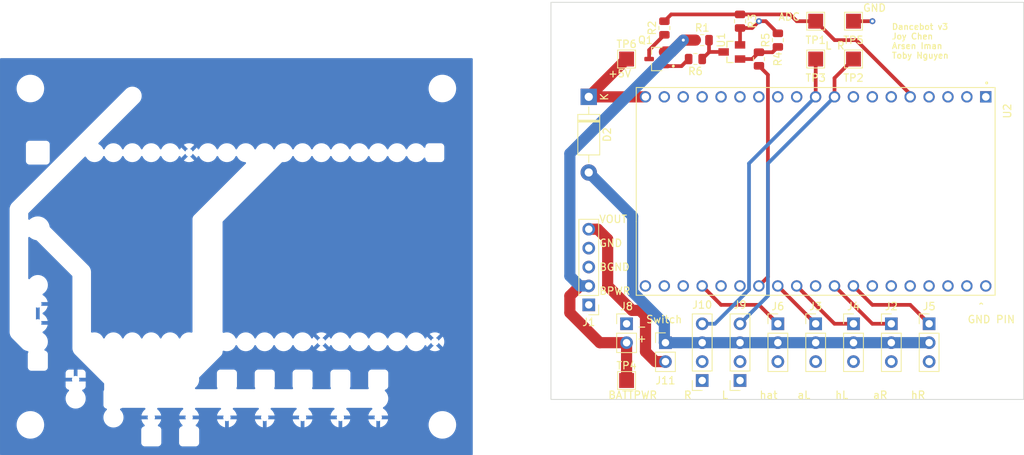
<source format=kicad_pcb>
(kicad_pcb (version 20240108) (generator "pcbnew") (generator_version "8.0")
  (layers (0 "F.Cu" signal) (31 "B.Cu" signal) (34 "B.Paste" user) (35 "F.Paste" user) (36 "B.SilkS" user "B.Silkscreen") (37 "F.SilkS" user "F.Silkscreen") (38 "B.Mask" user) (39 "F.Mask" user) (44 "Edge.Cuts" user))
  (net 0 "")
  (net 1 "GND")
  (net 2 "BATT ADC")
  (net 3 "SM1")
  (net 4 "NPRightEye")
  (net 5 "NPLeftEye")
  (net 6 "SM2")
  (net 7 "SM3")
  (net 8 "SM4")
  (net 9 "SM5")
  (net 10 "BATT EN")
  (net 11 "Net-(R1-Pad2)")
  (net 12 "VOUT")
  (net 13 "BATT PWR")
  (net 16 "Net-(Q1-Pad3)")
  (net 17 "Net-(Q1-Pad1)")
  (net 18 "Net-(R4-Pad2)")
  (net 19 "Net-(D2-K)")
  (net 21 "Net-(J1-Pin_5)")
  (footprint "TestPoint:TestPoint_Pad_2.0x2.0mm" (layer "F.Cu") (at 233.18 81.12)
    (property "Reference" "TP3" (at 0 2.54 0) (layer "F.SilkS"))
    (property "Value" "TestPoint")
    (fp_line (start -1.2 -1.2) (end 1.2 -1.2) (stroke (width 0.12)) (layer "F.SilkS"))
    (fp_line (start -1.2 1.2) (end -1.2 -1.2) (stroke (width 0.12)) (layer "F.SilkS"))
    (fp_line (start 1.2 -1.2) (end 1.2 1.2) (stroke (width 0.12)) (layer "F.SilkS"))
    (fp_line (start 1.2 1.2) (end -1.2 1.2) (stroke (width 0.12)) (layer "F.SilkS"))
    (pad "1" smd rect (at 0 0) (size 2 2) (layers "F.Cu" "F.Mask") (net 4 "NPRightEye"))
  )
  (footprint "Connector_PinSocket_2.54mm:PinSocket_1x04_P2.54mm_Vertical" (layer "F.Cu") (at 217.94 124.3 180)
    (property "Reference" "J10" (at 0 10.16 180) (layer "F.SilkS"))
    (property "Value" "NeoPixel Right Eye")
    (fp_line (start 1.33 1.27) (end 1.33 8.95) (stroke (width 0.12)) (layer "F.SilkS"))
    (fp_line (start 1.33 -1.33) (end 1.33 0) (stroke (width 0.12)) (layer "F.SilkS"))
    (fp_line (start 0 -1.33) (end 1.33 -1.33) (stroke (width 0.12)) (layer "F.SilkS"))
    (fp_line (start -1.33 8.95) (end 1.33 8.95) (stroke (width 0.12)) (layer "F.SilkS"))
    (fp_line (start -1.33 1.27) (end 1.33 1.27) (stroke (width 0.12)) (layer "F.SilkS"))
    (fp_line (start -1.33 1.27) (end -1.33 8.95) (stroke (width 0.12)) (layer "F.SilkS"))
    (pad "1" thru_hole rect (at 0 0 180) (size 1.7 1.7) (drill 1) (layers "*.Cu" "*.Mask"))
    (pad "2" thru_hole oval (at 0 2.54 180) (size 1.7 1.7) (drill 1) (layers "*.Cu" "*.Mask") (net 1 "GND"))
    (pad "3" thru_hole oval (at 0 5.08 180) (size 1.7 1.7) (drill 1) (layers "*.Cu" "*.Mask") (net 12 "VOUT"))
    (pad "4" thru_hole oval (at 0 7.62 180) (size 1.7 1.7) (drill 1) (layers "*.Cu" "*.Mask") (net 4 "NPRightEye"))
  )
  (footprint "Connector_PinHeader_2.54mm:PinHeader_1x03_P2.54mm_Vertical" (layer "F.Cu") (at 233.18 116.68)
    (property "Reference" "J3" (at 0 -2.33 0) (layer "F.SilkS"))
    (property "Value" "IO13 servo 2")
    (fp_line (start -1.33 -1.33) (end 0 -1.33) (stroke (width 0.12)) (layer "F.SilkS"))
    (fp_line (start -1.33 0) (end -1.33 -1.33) (stroke (width 0.12)) (layer "F.SilkS"))
    (fp_line (start -1.33 1.27) (end -1.33 6.41) (stroke (width 0.12)) (layer "F.SilkS"))
    (fp_line (start -1.33 1.27) (end 1.33 1.27) (stroke (width 0.12)) (layer "F.SilkS"))
    (fp_line (start -1.33 6.41) (end 1.33 6.41) (stroke (width 0.12)) (layer "F.SilkS"))
    (fp_line (start 1.33 1.27) (end 1.33 6.41) (stroke (width 0.12)) (layer "F.SilkS"))
    (pad "1" thru_hole rect (at 0 0) (size 1.7 1.7) (drill 1) (layers "*.Cu" "*.Mask") (net 6 "SM2"))
    (pad "2" thru_hole oval (at 0 2.54) (size 1.7 1.7) (drill 1) (layers "*.Cu" "*.Mask") (net 12 "VOUT"))
    (pad "3" thru_hole oval (at 0 5.08) (size 1.7 1.7) (drill 1) (layers "*.Cu" "*.Mask") (net 1 "GND"))
  )
  (footprint "TestPoint:TestPoint_Pad_2.0x2.0mm" (layer "F.Cu") (at 238.26 81.12)
    (property "Reference" "TP2" (at 0 2.54 0) (layer "F.SilkS"))
    (property "Value" "TestPoint")
    (fp_line (start -1.2 -1.2) (end 1.2 -1.2) (stroke (width 0.12)) (layer "F.SilkS"))
    (fp_line (start -1.2 1.2) (end -1.2 -1.2) (stroke (width 0.12)) (layer "F.SilkS"))
    (fp_line (start 1.2 -1.2) (end 1.2 1.2) (stroke (width 0.12)) (layer "F.SilkS"))
    (fp_line (start 1.2 1.2) (end -1.2 1.2) (stroke (width 0.12)) (layer "F.SilkS"))
    (pad "1" smd rect (at 0 0) (size 2 2) (layers "F.Cu" "F.Mask") (net 5 "NPLeftEye"))
  )
  (footprint "Connector_PinHeader_2.54mm:PinHeader_1x03_P2.54mm_Vertical" (layer "F.Cu") (at 228.1 116.68)
    (property "Reference" "J6" (at 0 -2.33 0) (layer "F.SilkS"))
    (property "Value" "IO18 servo 5 (hat)")
    (fp_line (start -1.33 -1.33) (end 0 -1.33) (stroke (width 0.12)) (layer "F.SilkS"))
    (fp_line (start -1.33 0) (end -1.33 -1.33) (stroke (width 0.12)) (layer "F.SilkS"))
    (fp_line (start -1.33 1.27) (end -1.33 6.41) (stroke (width 0.12)) (layer "F.SilkS"))
    (fp_line (start -1.33 1.27) (end 1.33 1.27) (stroke (width 0.12)) (layer "F.SilkS"))
    (fp_line (start -1.33 6.41) (end 1.33 6.41) (stroke (width 0.12)) (layer "F.SilkS"))
    (fp_line (start 1.33 1.27) (end 1.33 6.41) (stroke (width 0.12)) (layer "F.SilkS"))
    (pad "1" thru_hole rect (at 0 0) (size 1.7 1.7) (drill 1) (layers "*.Cu" "*.Mask") (net 9 "SM5"))
    (pad "2" thru_hole oval (at 0 2.54) (size 1.7 1.7) (drill 1) (layers "*.Cu" "*.Mask") (net 12 "VOUT"))
    (pad "3" thru_hole oval (at 0 5.08) (size 1.7 1.7) (drill 1) (layers "*.Cu" "*.Mask") (net 1 "GND"))
  )
  (footprint "MountingHole:MountingHole_3.2mm_M3" (layer "F.Cu") (at 201.7 77.58)
    (property "Reference" "H2" (hide yes))
    (property "Value" "~")
    (pad "" np_thru_hole circle (at 0 0) (size 3.2 3.2) (drill 3.2) (layers "*.Cu" "*.Mask"))
  )
  (footprint "MountingHole:MountingHole_3.2mm_M3" (layer "F.Cu") (at 201.7 122.76)
    (property "Reference" "H3" (hide yes))
    (property "Value" "~")
    (pad "" np_thru_hole circle (at 0 0) (size 3.2 3.2) (drill 3.2) (layers "*.Cu" "*.Mask"))
  )
  (footprint "MountingHole:MountingHole_3.2mm_M3" (layer "F.Cu") (at 257.04 122.76)
    (property "Reference" "H4" (hide yes))
    (property "Value" "~")
    (pad "" np_thru_hole circle (at 0 0) (size 3.2 3.2) (drill 3.2) (layers "*.Cu" "*.Mask"))
  )
  (footprint "Resistor_SMD:R_0805_2012Metric" (layer "F.Cu") (at 212.86 76.9525 90)
    (property "Reference" "R2" (at 0 -1.65 90) (layer "F.SilkS"))
    (property "Value" "100k")
    (fp_line (start -0.227064 -0.735) (end 0.227064 -0.735) (stroke (width 0.12)) (layer "F.SilkS"))
    (fp_line (start -0.227064 0.735) (end 0.227064 0.735) (stroke (width 0.12)) (layer "F.SilkS"))
    (pad "1" smd roundrect (at -0.9125 0 90) (size 1.025 1.4) (layers "F.Cu" "F.Paste" "F.Mask") (roundrect_rratio 0.243902) (net 16 "Net-(Q1-Pad3)"))
    (pad "2" smd roundrect (at 0.9125 0 90) (size 1.025 1.4) (layers "F.Cu" "F.Paste" "F.Mask") (roundrect_rratio 0.243902) (net 2 "BATT ADC"))
  )
  (footprint "Resistor_SMD:R_0805_2012Metric" (layer "F.Cu") (at 217.0275 81.12 180)
    (property "Reference" "R6" (at 0 -1.65 0) (layer "F.SilkS"))
    (property "Value" "100")
    (fp_line (start -0.227064 0.735) (end 0.227064 0.735) (stroke (width 0.12)) (layer "F.SilkS"))
    (fp_line (start -0.227064 -0.735) (end 0.227064 -0.735) (stroke (width 0.12)) (layer "F.SilkS"))
    (pad "1" smd roundrect (at -0.9125 0 180) (size 1.025 1.4) (layers "F.Cu" "F.Paste" "F.Mask") (roundrect_rratio 0.243902) (net 11 "Net-(R1-Pad2)"))
    (pad "2" smd roundrect (at 0.9125 0 180) (size 1.025 1.4) (layers "F.Cu" "F.Paste" "F.Mask") (roundrect_rratio 0.243902) (net 17 "Net-(Q1-Pad1)"))
  )
  (footprint "Connector_PinHeader_2.54mm:PinHeader_1x03_P2.54mm_Vertical" (layer "F.Cu") (at 248.42 116.68)
    (property "Reference" "J5" (at 0 -2.33 0) (layer "F.SilkS"))
    (property "Value" "IO15 servo 4")
    (fp_line (start -1.33 -1.33) (end 0 -1.33) (stroke (width 0.12)) (layer "F.SilkS"))
    (fp_line (start -1.33 0) (end -1.33 -1.33) (stroke (width 0.12)) (layer "F.SilkS"))
    (fp_line (start -1.33 1.27) (end -1.33 6.41) (stroke (width 0.12)) (layer "F.SilkS"))
    (fp_line (start -1.33 1.27) (end 1.33 1.27) (stroke (width 0.12)) (layer "F.SilkS"))
    (fp_line (start -1.33 6.41) (end 1.33 6.41) (stroke (width 0.12)) (layer "F.SilkS"))
    (fp_line (start 1.33 1.27) (end 1.33 6.41) (stroke (width 0.12)) (layer "F.SilkS"))
    (pad "1" thru_hole rect (at 0 0) (size 1.7 1.7) (drill 1) (layers "*.Cu" "*.Mask") (net 8 "SM4"))
    (pad "2" thru_hole oval (at 0 2.54) (size 1.7 1.7) (drill 1) (layers "*.Cu" "*.Mask") (net 12 "VOUT"))
    (pad "3" thru_hole oval (at 0 5.08) (size 1.7 1.7) (drill 1) (layers "*.Cu" "*.Mask") (net 1 "GND"))
  )
  (footprint "TestPoint:TestPoint_Pad_2.0x2.0mm" (layer "F.Cu") (at 207.78 81.12)
    (property "Reference" "TP6" (at 0 -1.998 0) (layer "F.SilkS"))
    (property "Value" "TestPoint")
    (fp_line (start -1.2 -1.2) (end 1.2 -1.2) (stroke (width 0.12)) (layer "F.SilkS"))
    (fp_line (start -1.2 1.2) (end -1.2 -1.2) (stroke (width 0.12)) (layer "F.SilkS"))
    (fp_line (start 1.2 -1.2) (end 1.2 1.2) (stroke (width 0.12)) (layer "F.SilkS"))
    (fp_line (start 1.2 1.2) (end -1.2 1.2) (stroke (width 0.12)) (layer "F.SilkS"))
    (pad "1" smd rect (at 0 0) (size 2 2) (layers "F.Cu" "F.Mask") (net 19 "Net-(D2-K)"))
  )
  (footprint "dancebot_parts:SOT95P237X112-3N" (layer "F.Cu") (at 211.835 81.12 180)
    (property "Reference" "Q1" (at 1.515 2.54 0) (layer "F.SilkS") (effects (font (size 1.0034 1.0034))))
    (property "Value" "IRLML6402TRPBF")
    (fp_line (start 0.7 1.565) (end 0.7 0.615) (stroke (width 0.127)) (layer "F.SilkS"))
    (fp_line (start 0.7 -1.565) (end 0.7 -0.615) (stroke (width 0.127)) (layer "F.SilkS"))
    (fp_line (start 0.7 -1.565) (end -0.7 -1.565) (stroke (width 0.127)) (layer "F.SilkS"))
    (fp_line (start -0.7 1.565) (end 0.7 1.565) (stroke (width 0.127)) (layer "F.SilkS"))
    (fp_circle (center -2.2225 -0.9525) (end -2.1225 -0.9525) (stroke (width 0.2)) (fill none) (layer "F.SilkS"))
    (pad "1" smd roundrect (at -1.025 -0.95 180) (size 1.3 0.59) (layers "F.Cu" "F.Paste" "F.Mask") (net 17 "Net-(Q1-Pad1)"))
    (pad "2" smd roundrect (at -1.025 0.95 180) (size 1.3 0.59) (layers "F.Cu" "F.Paste" "F.Mask") (net 13 "BATT PWR"))
    (pad "3" smd roundrect (at 1.025 0 180) (size 1.3 0.59) (layers "F.Cu" "F.Paste" "F.Mask") (net 16 "Net-(Q1-Pad3)"))
  )
  (footprint "Connector_PinHeader_2.54mm:PinHeader_1x02_P2.54mm_Vertical" (layer "F.Cu") (at 213 119.225)
    (property "Reference" "J11" (at 0 5.08 0) (layer "F.SilkS"))
    (property "Value" "Rocker Switch")
    (fp_line (start -1.33 -1.33) (end 0 -1.33) (stroke (width 0.12)) (layer "F.SilkS"))
    (fp_line (start -1.33 0) (end -1.33 -1.33) (stroke (width 0.12)) (layer "F.SilkS"))
    (fp_line (start -1.33 1.27) (end -1.33 3.87) (stroke (width 0.12)) (layer "F.SilkS"))
    (fp_line (start -1.33 1.27) (end 1.33 1.27) (stroke (width 0.12)) (layer "F.SilkS"))
    (fp_line (start -1.33 3.87) (end 1.33 3.87) (stroke (width 0.12)) (layer "F.SilkS"))
    (fp_line (start 1.33 1.27) (end 1.33 3.87) (stroke (width 0.12)) (layer "F.SilkS"))
    (pad "1" thru_hole rect (at 0 0) (size 1.7 1.7) (drill 1) (layers "*.Cu" "*.Mask") (net 12 "VOUT"))
    (pad "2" thru_hole oval (at 0 2.54) (size 1.7 1.7) (drill 1) (layers "*.Cu" "*.Mask") (net 21 "Net-(J1-Pin_5)"))
  )
  (footprint "Resistor_SMD:R_0805_2012Metric" (layer "F.Cu") (at 223.02 76.04 -90)
    (property "Reference" "R3" (at 0 -1.65 90) (layer "F.SilkS"))
    (property "Value" "51k")
    (fp_line (start -0.227064 0.735) (end 0.227064 0.735) (stroke (width 0.12)) (layer "F.SilkS"))
    (fp_line (start -0.227064 -0.735) (end 0.227064 -0.735) (stroke (width 0.12)) (layer "F.SilkS"))
    (pad "1" smd roundrect (at -0.9125 0 270) (size 1.025 1.4) (layers "F.Cu" "F.Paste" "F.Mask") (roundrect_rratio 0.243902) (net 2 "BATT ADC"))
    (pad "2" smd roundrect (at 0.9125 0 270) (size 1.025 1.4) (layers "F.Cu" "F.Paste" "F.Mask") (roundrect_rratio 0.243902) (net 1 "GND"))
  )
  (footprint "dancebot_parts:MODULE_ESP32-DEVKITC-32U" (layer "F.Cu") (at 233.18 98.9 -90)
    (property "Reference" "U2" (at -10.795 -25.75 90) (layer "F.SilkS"))
    (property "Value" "ESP32-DEVKITC-32U")
    (fp_line (start -13.95 24.1) (end -4.07 24.1) (stroke (width 0.127)) (layer "F.SilkS"))
    (fp_line (start -4.07 24.1) (end 4.06 24.1) (stroke (width 0.127)) (layer "F.SilkS"))
    (fp_line (start 4.06 24.1) (end 13.95 24.1) (stroke (width 0.127)) (layer "F.SilkS"))
    (fp_line (start 13.95 24.1) (end 13.95 -24.1) (stroke (width 0.127)) (layer "F.SilkS"))
    (fp_line (start -13.95 -24.1) (end -13.95 24.1) (stroke (width 0.127)) (layer "F.SilkS"))
    (fp_line (start 13.95 -24.1) (end -13.95 -24.1) (stroke (width 0.127)) (layer "F.SilkS"))
    (fp_circle (center -14.57 -22.97) (end -14.47 -22.97) (stroke (width 0.2)) (fill none) (layer "F.SilkS"))
    (pad "1" thru_hole rect (at -12.7 -22.85 270) (size 1.53 1.53) (drill 1.02) (layers "*.Cu" "*.Mask"))
    (pad "2" thru_hole circle (at -12.7 -20.31 270) (size 1.53 1.53) (drill 1.02) (layers "*.Cu" "*.Mask"))
    (pad "3" thru_hole circle (at -12.7 -17.77 270) (size 1.53 1.53) (drill 1.02) (layers "*.Cu" "*.Mask"))
    (pad "4" thru_hole circle (at -12.7 -15.23 270) (size 1.53 1.53) (drill 1.02) (layers "*.Cu" "*.Mask"))
    (pad "5" thru_hole circle (at -12.7 -12.69 270) (size 1.53 1.53) (drill 1.02) (layers "*.Cu" "*.Mask") (net 2 "BATT ADC"))
    (pad "6" thru_hole circle (at -12.7 -10.15 270) (size 1.53 1.53) (drill 1.02) (layers "*.Cu" "*.Mask"))
    (pad "7" thru_hole circle (at -12.7 -7.61 270) (size 1.53 1.53) (drill 1.02) (layers "*.Cu" "*.Mask"))
    (pad "8" thru_hole circle (at -12.7 -5.07 270) (size 1.53 1.53) (drill 1.02) (layers "*.Cu" "*.Mask"))
    (pad "9" thru_hole circle (at -12.7 -2.53 270) (size 1.53 1.53) (drill 1.02) (layers "*.Cu" "*.Mask") (net 5 "NPLeftEye"))
    (pad "10" thru_hole circle (at -12.7 0.01 270) (size 1.53 1.53) (drill 1.02) (layers "*.Cu" "*.Mask") (net 4 "NPRightEye"))
    (pad "11" thru_hole circle (at -12.7 2.55 270) (size 1.53 1.53) (drill 1.02) (layers "*.Cu" "*.Mask"))
    (pad "12" thru_hole circle (at -12.7 5.09 270) (size 1.53 1.53) (drill 1.02) (layers "*.Cu" "*.Mask"))
    (pad "13" thru_hole circle (at -12.7 7.63 270) (size 1.53 1.53) (drill 1.02) (layers "*.Cu" "*.Mask"))
    (pad "14" thru_hole circle (at -12.7 10.17 270) (size 1.53 1.53) (drill 1.02) (layers "*.Cu" "*.Mask") (net 1 "GND"))
    (pad "15" thru_hole circle (at -12.7 12.71 270) (size 1.53 1.53) (drill 1.02) (layers "*.Cu" "*.Mask"))
    (pad "16" thru_hole circle (at -12.7 15.25 270) (size 1.53 1.53) (drill 1.02) (layers "*.Cu" "*.Mask"))
    (pad "17" thru_hole circle (at -12.7 17.79 270) (size 1.53 1.53) (drill 1.02) (layers "*.Cu" "*.Mask"))
    (pad "18" thru_hole circle (at -12.7 20.33 270) (size 1.53 1.53) (drill 1.02) (layers "*.Cu" "*.Mask"))
    (pad "19" thru_hole circle (at -12.7 22.87 270) (size 1.53 1.53) (drill 1.02) (layers "*.Cu" "*.Mask") (net 19 "Net-(D2-K)"))
    (pad "20" thru_hole circle (at 12.7 22.87 270) (size 1.53 1.53) (drill 1.02) (layers "*.Cu" "*.Mask"))
    (pad "21" thru_hole circle (at 12.7 20.33 270) (size 1.53 1.53) (drill 1.02) (layers "*.Cu" "*.Mask"))
    (pad "22" thru_hole circle (at 12.7 17.79 270) (size 1.53 1.53) (drill 1.02) (layers "*.Cu" "*.Mask"))
    (pad "23" thru_hole circle (at 12.7 15.25 270) (size 1.53 1.53) (drill 1.02) (layers "*.Cu" "*.Mask") (net 9 "SM5"))
    (pad "24" thru_hole circle (at 12.7 12.71 270) (size 1.53 1.53) (drill 1.02) (layers "*.Cu" "*.Mask"))
    (pad "25" thru_hole circle (at 12.7 10.17 270) (size 1.53 1.53) (drill 1.02) (layers "*.Cu" "*.Mask"))
    (pad "26" thru_hole circle (at 12.7 7.63 270) (size 1.53 1.53) (drill 1.02) (layers "*.Cu" "*.Mask") (net 10 "BATT EN"))
    (pad "27" thru_hole circle (at 12.7 5.09 270) (size 1.53 1.53) (drill 1.02) (layers "*.Cu" "*.Mask") (net 6 "SM2"))
    (pad "28" thru_hole circle (at 12.7 2.55 270) (size 1.53 1.53) (drill 1.02) (layers "*.Cu" "*.Mask") (net 7 "SM3"))
    (pad "29" thru_hole circle (at 12.7 0.01 270) (size 1.53 1.53) (drill 1.02) (layers "*.Cu" "*.Mask"))
    (pad "30" thru_hole circle (at 12.7 -2.53 270) (size 1.53 1.53) (drill 1.02) (layers "*.Cu" "*.Mask") (net 3 "SM1"))
    (pad "31" thru_hole circle (at 12.7 -5.07 270) (size 1.53 1.53) (drill 1.02) (layers "*.Cu" "*.Mask") (net 8 "SM4"))
    (pad "32" thru_hole circle (at 12.7 -7.61 270) (size 1.53 1.53) (drill 1.02) (layers "*.Cu" "*.Mask") (net 1 "GND"))
    (pad "33" thru_hole circle (at 12.7 -10.15 270) (size 1.53 1.53) (drill 1.02) (layers "*.Cu" "*.Mask"))
    (pad "34" thru_hole circle (at 12.7 -12.69 270) (size 1.53 1.53) (drill 1.02) (layers "*.Cu" "*.Mask"))
    (pad "35" thru_hole circle (at 12.7 -15.23 270) (size 1.53 1.53) (drill 1.02) (layers "*.Cu" "*.Mask"))
    (pad "36" thru_hole circle (at 12.7 -17.77 270) (size 1.53 1.53) (drill 1.02) (layers "*.Cu" "*.Mask"))
    (pad "37" thru_hole circle (at 12.7 -20.31 270) (size 1.53 1.53) (drill 1.02) (layers "*.Cu" "*.Mask"))
    (pad "38" thru_hole circle (at 12.7 -22.85 270) (size 1.53 1.53) (drill 1.02) (layers "*.Cu" "*.Mask") (net 1 "GND"))
  )
  (footprint "Connector_PinHeader_2.54mm:PinHeader_1x05_P2.54mm_Vertical" (layer "F.Cu") (at 202.7 114.14 180)
    (property "Reference" "J1" (at 0 -2.33 0) (layer "F.SilkS"))
    (property "Value" "Voltage Regulator")
    (fp_line (start 1.33 1.27) (end 1.33 11.49) (stroke (width 0.12)) (layer "F.SilkS"))
    (fp_line (start -1.33 11.49) (end 1.33 11.49) (stroke (width 0.12)) (layer "F.SilkS"))
    (fp_line (start -1.33 1.27) (end 1.33 1.27) (stroke (width 0.12)) (layer "F.SilkS"))
    (fp_line (start -1.33 1.27) (end -1.33 11.49) (stroke (width 0.12)) (layer "F.SilkS"))
    (fp_line (start -1.33 0) (end -1.33 -1.33) (stroke (width 0.12)) (layer "F.SilkS"))
    (fp_line (start -1.33 -1.33) (end 0 -1.33) (stroke (width 0.12)) (layer "F.SilkS"))
    (pad "1" thru_hole rect (at 0 0 180) (size 1.7 1.7) (drill 1) (layers "*.Cu" "*.Mask"))
    (pad "2" thru_hole oval (at 0 2.54 180) (size 1.7 1.7) (drill 1) (layers "*.Cu" "*.Mask") (net 13 "BATT PWR"))
    (pad "3" thru_hole oval (at 0 5.08 180) (size 1.7 1.7) (drill 1) (layers "*.Cu" "*.Mask") (net 1 "GND"))
    (pad "4" thru_hole oval (at 0 7.62 180) (size 1.7 1.7) (drill 1) (layers "*.Cu" "*.Mask") (net 1 "GND"))
    (pad "5" thru_hole oval (at 0 10.16 180) (size 1.7 1.7) (drill 1) (layers "*.Cu" "*.Mask") (net 21 "Net-(J1-Pin_5)"))
  )
  (footprint "TestPoint:TestPoint_Pad_2.0x2.0mm" (layer "F.Cu") (at 207.78 124.3)
    (property "Reference" "TP4" (at 0 -1.998 0) (layer "F.SilkS"))
    (property "Value" "TestPoint")
    (fp_line (start -1.2 -1.2) (end 1.2 -1.2) (stroke (width 0.12)) (layer "F.SilkS"))
    (fp_line (start -1.2 1.2) (end -1.2 -1.2) (stroke (width 0.12)) (layer "F.SilkS"))
    (fp_line (start 1.2 -1.2) (end 1.2 1.2) (stroke (width 0.12)) (layer "F.SilkS"))
    (fp_line (start 1.2 1.2) (end -1.2 1.2) (stroke (width 0.12)) (layer "F.SilkS"))
    (pad "1" smd rect (at 0 0) (size 2 2) (layers "F.Cu" "F.Mask") (net 13 "BATT PWR"))
  )
  (footprint "dancebot_parts:SOT23" (layer "F.Cu") (at 221.92 80.17 90)
    (property "Reference" "U1" (at 1.59 -1.44 90) (layer "F.SilkS") (effects (font (size 1.003441 1.003441))))
    (property "Value" "IRLML2502TRPBF")
    (fp_line (start 1.4224 -0.6604) (end 1.4224 0.1854) (stroke (width 0.1524)) (layer "F.SilkS"))
    (fp_line (start 0.6326 -0.6604) (end 1.4224 -0.6604) (stroke (width 0.1524)) (layer "F.SilkS"))
    (fp_line (start -1.4224 -0.6604) (end -0.6576 -0.6604) (stroke (width 0.1524)) (layer "F.SilkS"))
    (fp_line (start -1.4224 0.1854) (end -1.4224 -0.6604) (stroke (width 0.1524)) (layer "F.SilkS"))
    (pad "1" smd rect (at -0.95 1.1 90) (size 1 1.4) (layers "F.Cu" "F.Paste" "F.Mask") (net 18 "Net-(R4-Pad2)"))
    (pad "2" smd rect (at 0.95 1.1 90) (size 1 1.4) (layers "F.Cu" "F.Paste" "F.Mask") (net 1 "GND"))
    (pad "3" smd rect (at 0 -1.1 90) (size 1 1.4) (layers "F.Cu" "F.Paste" "F.Mask") (net 11 "Net-(R1-Pad2)"))
  )
  (footprint "TestPoint:TestPoint_Pad_2.0x2.0mm" (layer "F.Cu") (at 233.18 76.04)
    (property "Reference" "TP1" (at 0 2.54 0) (layer "F.SilkS"))
    (property "Value" "TestPoint")
    (fp_line (start -1.2 -1.2) (end 1.2 -1.2) (stroke (width 0.12)) (layer "F.SilkS"))
    (fp_line (start -1.2 1.2) (end -1.2 -1.2) (stroke (width 0.12)) (layer "F.SilkS"))
    (fp_line (start 1.2 -1.2) (end 1.2 1.2) (stroke (width 0.12)) (layer "F.SilkS"))
    (fp_line (start 1.2 1.2) (end -1.2 1.2) (stroke (width 0.12)) (layer "F.SilkS"))
    (pad "1" smd rect (at 0 0) (size 2 2) (layers "F.Cu" "F.Mask") (net 2 "BATT ADC"))
  )
  (footprint "Diode_THT:D_DO-41_SOD81_P10.16mm_Horizontal" (layer "F.Cu") (at 202.7 86.2 -90)
    (property "Reference" "D2" (at 5.08 -2.47 90) (layer "F.SilkS"))
    (property "Value" "1N5819")
    (fp_line (start 2.36 1.47) (end 7.8 1.47) (stroke (width 0.12)) (layer "F.SilkS"))
    (fp_line (start 7.8 1.47) (end 7.8 -1.47) (stroke (width 0.12)) (layer "F.SilkS"))
    (fp_line (start 1.34 0) (end 2.36 0) (stroke (width 0.12)) (layer "F.SilkS"))
    (fp_line (start 8.82 0) (end 7.8 0) (stroke (width 0.12)) (layer "F.SilkS"))
    (fp_line (start 2.36 -1.47) (end 2.36 1.47) (stroke (width 0.12)) (layer "F.SilkS"))
    (fp_line (start 3.14 -1.47) (end 3.14 1.47) (stroke (width 0.12)) (layer "F.SilkS"))
    (fp_line (start 3.26 -1.47) (end 3.26 1.47) (stroke (width 0.12)) (layer "F.SilkS"))
    (fp_line (start 3.38 -1.47) (end 3.38 1.47) (stroke (width 0.12)) (layer "F.SilkS"))
    (fp_line (start 7.8 -1.47) (end 2.36 -1.47) (stroke (width 0.12)) (layer "F.SilkS"))
    (fp_text user "K" (at 0 -2.1 90) (layer "F.SilkS"))
    (pad "1" thru_hole rect (at 0 0 270) (size 2.2 2.2) (drill 1.1) (layers "*.Cu" "*.Mask") (net 19 "Net-(D2-K)"))
    (pad "2" thru_hole oval (at 10.16 0 270) (size 2.2 2.2) (drill 1.1) (layers "*.Cu" "*.Mask") (net 12 "VOUT"))
  )
  (footprint "Resistor_SMD:R_0805_2012Metric" (layer "F.Cu") (at 217.94 78.58)
    (property "Reference" "R1" (at 0 -1.65 0) (layer "F.SilkS"))
    (property "Value" "100k")
    (fp_line (start -0.227064 -0.735) (end 0.227064 -0.735) (stroke (width 0.12)) (layer "F.SilkS"))
    (fp_line (start -0.227064 0.735) (end 0.227064 0.735) (stroke (width 0.12)) (layer "F.SilkS"))
    (pad "1" smd roundrect (at -0.9125 0) (size 1.025 1.4) (layers "F.Cu" "F.Paste" "F.Mask") (roundrect_rratio 0.243902) (net 13 "BATT PWR"))
    (pad "2" smd roundrect (at 0.9125 0) (size 1.025 1.4) (layers "F.Cu" "F.Paste" "F.Mask") (roundrect_rratio 0.243902) (net 11 "Net-(R1-Pad2)"))
  )
  (footprint "Connector_PinHeader_2.54mm:PinHeader_1x03_P2.54mm_Vertical" (layer "F.Cu") (at 243.34 116.68)
    (property "Reference" "J2" (at 0 -2.33 0) (layer "F.SilkS"))
    (property "Value" "IO14 servo 1")
    (fp_line (start -1.33 -1.33) (end 0 -1.33) (stroke (width 0.12)) (layer "F.SilkS"))
    (fp_line (start -1.33 0) (end -1.33 -1.33) (stroke (width 0.12)) (layer "F.SilkS"))
    (fp_line (start -1.33 1.27) (end -1.33 6.41) (stroke (width 0.12)) (layer "F.SilkS"))
    (fp_line (start -1.33 1.27) (end 1.33 1.27) (stroke (width 0.12)) (layer "F.SilkS"))
    (fp_line (start -1.33 6.41) (end 1.33 6.41) (stroke (width 0.12)) (layer "F.SilkS"))
    (fp_line (start 1.33 1.27) (end 1.33 6.41) (stroke (width 0.12)) (layer "F.SilkS"))
    (pad "1" thru_hole rect (at 0 0) (size 1.7 1.7) (drill 1) (layers "*.Cu" "*.Mask") (net 3 "SM1"))
    (pad "2" thru_hole oval (at 0 2.54) (size 1.7 1.7) (drill 1) (layers "*.Cu" "*.Mask") (net 12 "VOUT"))
    (pad "3" thru_hole oval (at 0 5.08) (size 1.7 1.7) (drill 1) (layers "*.Cu" "*.Mask") (net 1 "GND"))
  )
  (footprint "Resistor_SMD:R_0805_2012Metric" (layer "F.Cu") (at 228.1 78.58 90)
    (property "Reference" "R5" (at 0 -1.65 90) (layer "F.SilkS"))
    (property "Value" "100k")
    (fp_line (start -0.227064 -0.735) (end 0.227064 -0.735) (stroke (width 0.12)) (layer "F.SilkS"))
    (fp_line (start -0.227064 0.735) (end 0.227064 0.735) (stroke (width 0.12)) (layer "F.SilkS"))
    (pad "1" smd roundrect (at -0.9125 0 90) (size 1.025 1.4) (layers "F.Cu" "F.Paste" "F.Mask") (roundrect_rratio 0.243902) (net 18 "Net-(R4-Pad2)"))
    (pad "2" smd roundrect (at 0.9125 0 90) (size 1.025 1.4) (layers "F.Cu" "F.Paste" "F.Mask") (roundrect_rratio 0.243902) (net 1 "GND"))
  )
  (footprint "Resistor_SMD:R_0805_2012Metric" (layer "F.Cu") (at 225.56 81.12 90)
    (property "Reference" "R4" (at 0 2.54 90) (layer "F.SilkS"))
    (property "Value" "100")
    (fp_line (start -0.227064 -0.735) (end 0.227064 -0.735) (stroke (width 0.12)) (layer "F.SilkS"))
    (fp_line (start -0.227064 0.735) (end 0.227064 0.735) (stroke (width 0.12)) (layer "F.SilkS"))
    (pad "1" smd roundrect (at -0.9125 0 90) (size 1.025 1.4) (layers "F.Cu" "F.Paste" "F.Mask") (roundrect_rratio 0.243902) (net 10 "BATT EN"))
    (pad "2" smd roundrect (at 0.9125 0 90) (size 1.025 1.4) (layers "F.Cu" "F.Paste" "F.Mask") (roundrect_rratio 0.243902) (net 18 "Net-(R4-Pad2)"))
  )
  (footprint "Connector_PinSocket_2.54mm:PinSocket_1x04_P2.54mm_Vertical" (layer "F.Cu") (at 223.02 124.3 180)
    (property "Reference" "J9" (at 0 10.16 180) (layer "F.SilkS"))
    (property "Value" "NeoPixel Left Eye")
    (fp_line (start 1.33 1.27) (end 1.33 8.95) (stroke (width 0.12)) (layer "F.SilkS"))
    (fp_line (start 1.33 -1.33) (end 1.33 0) (stroke (width 0.12)) (layer "F.SilkS"))
    (fp_line (start 0 -1.33) (end 1.33 -1.33) (stroke (width 0.12)) (layer "F.SilkS"))
    (fp_line (start -1.33 8.95) (end 1.33 8.95) (stroke (width 0.12)) (layer "F.SilkS"))
    (fp_line (start -1.33 1.27) (end 1.33 1.27) (stroke (width 0.12)) (layer "F.SilkS"))
    (fp_line (start -1.33 1.27) (end -1.33 8.95) (stroke (width 0.12)) (layer "F.SilkS"))
    (pad "1" thru_hole rect (at 0 0 180) (size 1.7 1.7) (drill 1) (layers "*.Cu" "*.Mask"))
    (pad "2" thru_hole oval (at 0 2.54 180) (size 1.7 1.7) (drill 1) (layers "*.Cu" "*.Mask") (net 1 "GND"))
    (pad "3" thru_hole oval (at 0 5.08 180) (size 1.7 1.7) (drill 1) (layers "*.Cu" "*.Mask") (net 12 "VOUT"))
    (pad "4" thru_hole oval (at 0 7.62 180) (size 1.7 1.7) (drill 1) (layers "*.Cu" "*.Mask") (net 5 "NPLeftEye"))
  )
  (footprint "TestPoint:TestPoint_Pad_2.0x2.0mm" (layer "F.Cu") (at 238.26 76.04)
    (property "Reference" "TP5" (at 0 2.54 0) (layer "F.SilkS"))
    (property "Value" "TestPoint")
    (fp_line (start -1.2 -1.2) (end 1.2 -1.2) (stroke (width 0.12)) (layer "F.SilkS"))
    (fp_line (start -1.2 1.2) (end -1.2 -1.2) (stroke (width 0.12)) (layer "F.SilkS"))
    (fp_line (start 1.2 -1.2) (end 1.2 1.2) (stroke (width 0.12)) (layer "F.SilkS"))
    (fp_line (start 1.2 1.2) (end -1.2 1.2) (stroke (width 0.12)) (layer "F.SilkS"))
    (pad "1" smd rect (at 0 0) (size 2 2) (layers "F.Cu" "F.Mask") (net 1 "GND"))
  )
  (footprint "Connector_PinHeader_2.54mm:PinHeader_1x03_P2.54mm_Vertical" (layer "F.Cu") (at 238.26 116.68)
    (property "Reference" "J4" (at 0 -2.33 0) (layer "F.SilkS"))
    (property "Value" "IO12 servo 3")
    (fp_line (start -1.33 -1.33) (end 0 -1.33) (stroke (width 0.12)) (layer "F.SilkS"))
    (fp_line (start -1.33 0) (end -1.33 -1.33) (stroke (width 0.12)) (layer "F.SilkS"))
    (fp_line (start -1.33 1.27) (end -1.33 6.41) (stroke (width 0.12)) (layer "F.SilkS"))
    (fp_line (start -1.33 1.27) (end 1.33 1.27) (stroke (width 0.12)) (layer "F.SilkS"))
    (fp_line (start -1.33 6.41) (end 1.33 6.41) (stroke (width 0.12)) (layer "F.SilkS"))
    (fp_line (start 1.33 1.27) (end 1.33 6.41) (stroke (width 0.12)) (layer "F.SilkS"))
    (pad "1" thru_hole rect (at 0 0) (size 1.7 1.7) (drill 1) (layers "*.Cu" "*.Mask") (net 7 "SM3"))
    (pad "2" thru_hole oval (at 0 2.54) (size 1.7 1.7) (drill 1) (layers "*.Cu" "*.Mask") (net 12 "VOUT"))
    (pad "3" thru_hole oval (at 0 5.08) (size 1.7 1.7) (drill 1) (layers "*.Cu" "*.Mask") (net 1 "GND"))
  )
  (footprint "MountingHole:MountingHole_3.2mm_M3" (layer "F.Cu") (at 257.04 77.58)
    (property "Reference" "H1" (hide yes))
    (property "Value" "~")
    (pad "" np_thru_hole circle (at 0 0) (size 3.2 3.2) (drill 3.2) (layers "*.Cu" "*.Mask"))
  )
  (footprint "Connector_PinHeader_2.54mm:PinHeader_1x02_P2.54mm_Vertical" (layer "F.Cu") (at 207.78 116.68)
    (property "Reference" "J8" (at 0 -2.33 0) (layer "F.SilkS"))
    (property "Value" "Pins")
    (fp_line (start -1.33 -1.33) (end 0 -1.33) (stroke (width 0.12)) (layer "F.SilkS"))
    (fp_line (start -1.33 0) (end -1.33 -1.33) (stroke (width 0.12)) (layer "F.SilkS"))
    (fp_line (start -1.33 1.27) (end -1.33 3.87) (stroke (width 0.12)) (layer "F.SilkS"))
    (fp_line (start -1.33 1.27) (end 1.33 1.27) (stroke (width 0.12)) (layer "F.SilkS"))
    (fp_line (start -1.33 3.87) (end 1.33 3.87) (stroke (width 0.12)) (layer "F.SilkS"))
    (fp_line (start 1.33 1.27) (end 1.33 3.87) (stroke (width 0.12)) (layer "F.SilkS"))
    (pad "1" thru_hole rect (at 0 0) (size 1.7 1.7) (drill 1) (layers "*.Cu" "*.Mask") (net 1 "GND"))
    (pad "2" thru_hole oval (at 0 2.54) (size 1.7 1.7) (drill 1) (layers "*.Cu" "*.Mask") (net 13 "BATT PWR"))
  )
  (gr_rect (start 197.62 73.5) (end 261.12 126.84) (stroke (width 0.1)) (fill none) (layer "Edge.Cuts"))
  (gr_text "GND" (at 239.46 74.84 0) (layer "F.SilkS") (effects (font (size 1 1)) (justify left bottom)))
  (gr_text "  ^\nGND PIN" (at 253.5 116.68 0) (layer "F.SilkS") (effects (font (size 1 1)) (justify left bottom)))
  (gr_text "VOUT\n\nGND\n\nBGND\n\nBPWR" (at 204.03 112.87 0) (layer "F.SilkS") (effects (font (size 1 1)) (justify left bottom)))
  (gr_text "BATTPWR" (at 205.24 126.84 0) (layer "F.SilkS") (effects (font (size 1 1)) (justify left bottom)))
  (gr_text "R\n" (at 215.4 126.84 0) (layer "F.SilkS") (effects (font (size 1 1)) (justify left bottom)))
  (gr_text "+5V" (at 205.24 83.66 0) (layer "F.SilkS") (effects (font (size 1 1)) (justify left bottom)))
  (gr_text "L" (at 220.48 126.84 0) (layer "F.SilkS") (effects (font (size 1 1)) (justify left bottom)))
  (gr_text "-\n+" (at 209.11 119.25 0) (layer "F.SilkS") (effects (font (size 1 1)) (justify left bottom)))
  (gr_text "ADC" (at 228.1 76.04 0) (layer "F.SilkS") (effects (font (size 1 1)) (justify left bottom)))
  (gr_text "hat" (at 225.56 126.84 0) (layer "F.SilkS") (effects (font (size 1 1)) (justify left bottom)))
  (gr_text "aL" (at 230.64 126.84 0) (layer "F.SilkS") (effects (font (size 1 1)) (justify left bottom)))
  (gr_text "Dancebot v3\nJoy Chen\nArsen Iman\nToby Nguyen" (at 243.34 81.12 0) (layer "F.SilkS") (effects (font (size 0.8 0.8)) (justify left bottom)))
  (gr_text "hL" (at 235.72 126.84 0) (layer "F.SilkS") (effects (font (size 1 1)) (justify left bottom)))
  (gr_text "L R" (at 234.38 79.92 0) (layer "F.SilkS") (effects (font (size 1 1)) (justify left bottom)))
  (gr_text "Switch" (at 210.32 116.68 0) (layer "F.SilkS") (effects (font (size 1 1)) (justify left bottom)))
  (gr_text "aR" (at 240.8 126.84 0) (layer "F.SilkS") (effects (font (size 1 1)) (justify left bottom)))
  (gr_text "hR" (at 245.88 126.84 0) (layer "F.SilkS") (effects (font (size 1 1)) (justify left bottom)))
  (segment (start 226.4725 76.04) (end 228.1 77.6675) (width 0.5) (layer "F.Cu") (net 1))
  (segment (start 223.02 76.9525) (end 224.6475 76.9525) (width 0.5) (layer "F.Cu") (net 1))
  (segment (start 223.02 79.22) (end 223.02 76.9525) (width 0.5) (layer "F.Cu") (net 1))
  (segment (start 225.56 76.04) (end 226.4725 76.04) (width 0.5) (layer "F.Cu") (net 1))
  (segment (start 238.26 76.04) (end 240.8 76.04) (width 0.5) (layer "F.Cu") (net 1))
  (segment (start 224.6475 76.9525) (end 225.56 76.04) (width 0.5) (layer "F.Cu") (net 1))
  (via (at 240.8 76.04) (size 0.8) (drill 0.4) (layers "F.Cu" "B.Cu") (net 1))
  (via (at 225.56 76.04) (size 0.8) (drill 0.4) (layers "F.Cu" "B.Cu") (net 1))
  (segment (start 230.64 76.04) (end 233.18 76.04) (width 0.5) (layer "F.Cu") (net 2))
  (segment (start 223.02 75.1275) (end 213.7725 75.1275) (width 0.5) (layer "F.Cu") (net 2))
  (segment (start 223.02 75.1275) (end 229.7275 75.1275) (width 0.5) (layer "F.Cu") (net 2))
  (segment (start 229.7275 75.1275) (end 230.64 76.04) (width 0.5) (layer "F.Cu") (net 2))
  (segment (start 235.72 78.58) (end 238.62 78.58) (width 0.5) (layer "F.Cu") (net 2))
  (segment (start 245.87 85.83) (end 245.87 86.2) (width 0.5) (layer "F.Cu") (net 2))
  (segment (start 233.18 76.04) (end 235.72 78.58) (width 0.5) (layer "F.Cu") (net 2))
  (segment (start 238.62 78.58) (end 245.87 85.83) (width 0.5) (layer "F.Cu") (net 2))
  (segment (start 213.7725 75.1275) (end 212.86 76.04) (width 0.5) (layer "F.Cu") (net 2))
  (segment (start 240.79 116.68) (end 243.34 116.68) (width 0.5) (layer "F.Cu") (net 3))
  (segment (start 235.71 111.6) (end 240.79 116.68) (width 0.5) (layer "F.Cu") (net 3))
  (segment (start 233.18 81.12) (end 233.18 86.19) (width 0.5) (layer "F.Cu") (net 4))
  (segment (start 233.18 86.19) (end 233.17 86.2) (width 0.5) (layer "F.Cu") (net 4))
  (segment (start 224.225 112.10327) (end 219.64827 116.68) (width 0.5) (layer "B.Cu") (net 4))
  (segment (start 219.64827 116.68) (end 217.94 116.68) (width 0.5) (layer "B.Cu") (net 4))
  (segment (start 224.225 95.145) (end 224.225 112.10327) (width 0.5) (layer "B.Cu") (net 4))
  (segment (start 233.17 86.2) (end 224.225 95.145) (width 0.5) (layer "B.Cu") (net 4))
  (segment (start 235.71 83.67) (end 235.71 86.2) (width 0.5) (layer "F.Cu") (net 5))
  (segment (start 238.26 81.12) (end 235.71 83.67) (width 0.5) (layer "F.Cu") (net 5))
  (segment (start 226.765 95.145) (end 235.71 86.2) (width 0.5) (layer "B.Cu") (net 5))
  (segment (start 226.765 112.935) (end 223.02 116.68) (width 0.5) (layer "B.Cu") (net 5))
  (segment (start 226.765 112.935) (end 226.765 95.145) (width 0.5) (layer "B.Cu") (net 5))
  (segment (start 233.17 116.68) (end 233.18 116.68) (width 0.5) (layer "F.Cu") (net 6))
  (segment (start 228.09 111.6) (end 233.17 116.68) (width 0.5) (layer "F.Cu") (net 6))
  (segment (start 230.63 111.6) (end 235.71 116.68) (width 0.5) (layer "F.Cu") (net 7))
  (segment (start 235.71 116.68) (end 238.26 116.68) (width 0.5) (layer "F.Cu") (net 7))
  (segment (start 245.88 114.14) (end 248.42 116.68) (width 0.5) (layer "F.Cu") (net 8))
  (segment (start 240.8 114.14) (end 245.88 114.14) (width 0.5) (layer "F.Cu") (net 8))
  (segment (start 238.25 111.6) (end 239.465 112.815) (width 0.5) (layer "F.Cu") (net 8))
  (segment (start 239.475 112.815) (end 240.8 114.14) (width 0.5) (layer "F.Cu") (net 8))
  (segment (start 239.465 112.815) (end 239.475 112.815) (width 0.5) (layer "F.Cu") (net 8))
  (segment (start 217.93 111.6) (end 220.47 114.14) (width 0.5) (layer "F.Cu") (net 9))
  (segment (start 225.56 114.14) (end 228.1 116.68) (width 0.5) (layer "F.Cu") (net 9))
  (segment (start 220.47 114.14) (end 225.56 114.14) (width 0.5) (layer "F.Cu") (net 9))
  (segment (start 226.765 110.385) (end 226.765 83.2375) (width 0.5) (layer "F.Cu") (net 10))
  (segment (start 226.765 83.2375) (end 225.56 82.0325) (width 0.5) (layer "F.Cu") (net 10))
  (segment (start 225.55 111.6) (end 226.765 110.385) (width 0.5) (layer "F.Cu") (net 10))
  (segment (start 218.89 80.17) (end 220.82 80.17) (width 0.5) (layer "F.Cu") (net 11))
  (segment (start 218.8525 80.2075) (end 217.94 81.12) (width 0.5) (layer "F.Cu") (net 11))
  (segment (start 218.8525 80.2075) (end 218.89 80.17) (width 0.5) (layer "F.Cu") (net 11))
  (segment (start 218.8525 78.58) (end 218.8525 80.2075) (width 0.5) (layer "F.Cu") (net 11))
  (segment (start 202.7 96.36) (end 208.595 102.255) (width 1.5) (layer "B.Cu") (net 12))
  (segment (start 208.595 112.415) (end 212.86 116.68) (width 1.5) (layer "B.Cu") (net 12))
  (segment (start 212.86 119.22) (end 217.94 119.22) (width 1.5) (layer "B.Cu") (net 12))
  (segment (start 217.94 119.22) (end 223.02 119.22) (width 1.5) (layer "B.Cu") (net 12))
  (segment (start 238.26 119.22) (end 243.34 119.22) (width 1.5) (layer "B.Cu") (net 12))
  (segment (start 208.595 102.255) (end 208.595 112.415) (width 1.5) (layer "B.Cu") (net 12))
  (segment (start 233.18 119.22) (end 238.26 119.22) (width 1.5) (layer "B.Cu") (net 12))
  (segment (start 228.1 119.22) (end 233.18 119.22) (width 1.5) (layer "B.Cu") (net 12))
  (segment (start 243.34 119.22) (end 248.42 119.22) (width 1.5) (layer "B.Cu") (net 12))
  (segment (start 212.86 116.68) (end 212.86 119.22) (width 1.5) (layer "B.Cu") (net 12))
  (segment (start 223.02 119.22) (end 228.1 119.22) (width 1.5) (layer "B.Cu") (net 12))
  (segment (start 213.81 80.17) (end 212.86 80.17) (width 1.5) (layer "F.Cu") (net 13))
  (segment (start 215.4 78.58) (end 213.81 80.17) (width 1.5) (layer "F.Cu") (net 13))
  (segment (start 204.18 119.22) (end 207.78 119.22) (width 1.5) (layer "F.Cu") (net 13))
  (segment (start 215.4 78.58) (end 217.0275 78.58) (width 1.5) (layer "F.Cu") (net 13))
  (segment (start 202.7 111.6) (end 201.497919 111.6) (width 1.5) (layer "F.Cu") (net 13))
  (segment (start 201.497919 111.6) (end 200.16 112.937919) (width 1.5) (layer "F.Cu") (net 13))
  (segment (start 207.78 124.3) (end 207.78 119.22) (width 1.5) (layer "F.Cu") (net 13))
  (segment (start 200.16 112.937919) (end 200.16 115.2) (width 1.5) (layer "F.Cu") (net 13))
  (segment (start 200.16 115.2) (end 204.18 119.22) (width 1.5) (layer "F.Cu") (net 13))
  (via (at 215.4 78.58) (size 1) (drill 0.4) (layers "F.Cu" "B.Cu") (net 13))
  (segment (start 201.497919 111.6) (end 200.16 110.262081) (width 1.5) (layer "B.Cu") (net 13))
  (segment (start 200.16 93.82) (end 215.4 78.58) (width 1.5) (layer "B.Cu") (net 13))
  (segment (start 200.16 110.262081) (end 200.16 93.82) (width 1.5) (layer "B.Cu") (net 13))
  (segment (start 202.7 111.6) (end 201.497919 111.6) (width 1.5) (layer "B.Cu") (net 13))
  (segment (start 210.81 79.915) (end 210.81 81.12) (width 0.5) (layer "F.Cu") (net 16))
  (segment (start 212.86 77.865) (end 210.81 79.915) (width 0.5) (layer "F.Cu") (net 16))
  (segment (start 212.86 82.07) (end 215.165 82.07) (width 0.5) (layer "F.Cu") (net 17))
  (segment (start 215.165 82.07) (end 216.115 81.12) (width 0.5) (layer "F.Cu") (net 17))
  (segment (start 225.56 80.2075) (end 227.385 80.2075) (width 0.5) (layer "F.Cu") (net 18))
  (segment (start 227.385 80.2075) (end 228.1 79.4925) (width 0.5) (layer "F.Cu") (net 18))
  (segment (start 224.6475 81.12) (end 225.56 80.2075) (width 0.5) (layer "F.Cu") (net 18))
  (segment (start 223.02 81.12) (end 224.6475 81.12) (width 0.5) (layer "F.Cu") (net 18))
  (segment (start 207.78 86.2) (end 210.31 86.2) (width 1.5) (layer "F.Cu") (net 19))
  (segment (start 207.78 81.12) (end 202.7 86.2) (width 1.5) (layer "F.Cu") (net 19))
  (segment (start 202.7 86.2) (end 207.78 86.2) (width 1.5) (layer "F.Cu") (net 19))
  (segment (start 205.24 105.317919) (end 205.24 111.6) (width 1.5) (layer "F.Cu") (net 21))
  (segment (start 203.902081 103.98) (end 205.24 105.317919) (width 1.5) (layer "F.Cu") (net 21))
  (segment (start 210.32 120.422081) (end 211.657919 121.76) (width 1.5) (layer "F.Cu") (net 21))
  (segment (start 205.24 111.6) (end 208.52 114.88) (width 1.5) (layer "F.Cu") (net 21))
  (segment (start 211.657919 121.76) (end 212.86 121.76) (width 1.5) (layer "F.Cu") (net 21))
  (segment (start 208.52 114.88) (end 209.58 114.88) (width 1.5) (layer "F.Cu") (net 21))
  (segment (start 209.58 114.88) (end 210.32 115.62) (width 1.5) (layer "F.Cu") (net 21))
  (segment (start 202.7 103.98) (end 203.902081 103.98) (width 1.5) (layer "F.Cu") (net 21))
  (segment (start 210.32 115.62) (end 210.32 120.422081) (width 1.5) (layer "F.Cu") (net 21))
  (zone (net 1) (net_name "GND") (layer "B.Cu") (connect_pads (clearance 0.5)) (min_thickness 0.25) (fill yes (thermal_gap 0.5) (thermal_bridge_width 0.5))
    (polygon (pts (xy 123.62 81) (xy 187.12 81) (xy 187.12 134.34) (xy 123.62 134.34)))
  )
)
</source>
